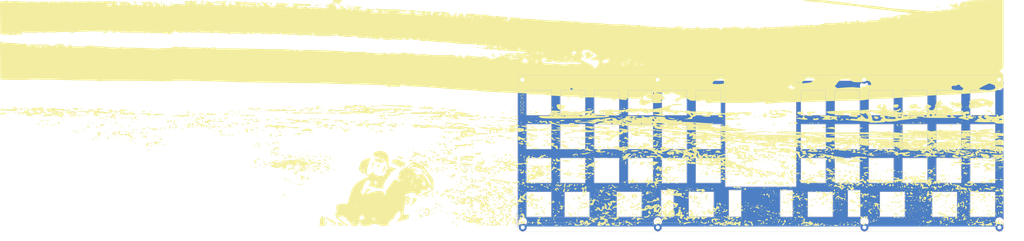
<source format=kicad_pcb>
(kicad_pcb (version 20211014) (generator pcbnew)
  (layers (0 "F.Cu" signal) (31 "B.Cu" signal) (34 "B.Paste" user) (35 "F.Paste" user) (36 "B.SilkS" user "B.Silkscreen") (37 "F.SilkS" user "F.Silkscreen") (38 "B.Mask" user) (39 "F.Mask" user) (44 "Edge.Cuts" user))
  (net 0 "")
  (footprint "MountingHole:MountingHole_2.2mm_M2_Pad" (layer "F.Cu") (at 81.153 91.537469)
    (fp_text reference "H2" hide)
    (fp_text value "MountingHole_Pad")
    (pad "1" thru_hole circle (at 0 0) (size 4.4 4.4) (drill 2.2) (layers *.Cu *.Mask))
  )
  (footprint "MountingHole:MountingHole_2.2mm_M2_Pad" (layer "F.Cu") (at 197.231 8.509)
    (fp_text reference "H3" hide)
    (fp_text value "MountingHole_Pad")
    (pad "1" thru_hole circle (at 0 0) (size 4.4 4.4) (drill 2.2) (layers *.Cu *.Mask))
  )
  (footprint "MountingHole:MountingHole_2.2mm_M2_Pad" (layer "F.Cu") (at 273.177 8.509)
    (fp_text reference "H4" hide)
    (fp_text value "MountingHole_Pad")
    (pad "1" thru_hole circle (at 0 0) (size 4.4 4.4) (drill 2.2) (layers *.Cu *.Mask))
  )
  (footprint "MountingHole:MountingHole_2.2mm_M2_Pad" (layer "F.Cu") (at 5.207 91.567)
    (fp_text reference "H1" hide)
    (fp_text value "MountingHole_Pad")
    (pad "1" thru_hole circle (at 0 0) (size 4.4 4.4) (drill 2.2) (layers *.Cu *.Mask))
  )
  (footprint "MountingHole:MountingHole_2.2mm_M2_Pad" (layer "F.Cu") (at 273.304 91.567)
    (fp_text reference "H4" hide)
    (fp_text value "MountingHole_Pad")
    (pad "1" thru_hole circle (at 0 0) (size 4.4 4.4) (drill 2.2) (layers *.Cu *.Mask))
  )
  (footprint "LOGO" (layer "F.Cu") (at -6.604 27.178)
    (fp_text reference "G***" hide)
    (fp_text value "LOGO" hide)
  )
  (footprint "MountingHole:MountingHole_2.2mm_M2_Pad" (layer "F.Cu") (at 4.953 8.509)
    (fp_text reference "H1" hide)
    (fp_text value "MountingHole_Pad")
    (pad "1" thru_hole circle (at 0 0) (size 4.4 4.4) (drill 2.2) (layers *.Cu *.Mask))
  )
  (footprint "MountingHole:MountingHole_2.2mm_M2_Pad" (layer "F.Cu") (at 81.0195 8.509)
    (fp_text reference "H2" hide)
    (fp_text value "MountingHole_Pad")
    (pad "1" thru_hole circle (at 0 0) (size 4.4 4.4) (drill 2.2) (layers *.Cu *.Mask))
  )
  (footprint "MountingHole:MountingHole_2.2mm_M2_Pad" (layer "F.Cu") (at 197.3801 91.567)
    (fp_text reference "H3" hide)
    (fp_text value "MountingHole_Pad")
    (pad "1" thru_hole circle (at 0 0) (size 4.4 4.4) (drill 2.2) (layers *.Cu *.Mask))
  )
  (gr_line (start 270.921552 52.551005) (end 256.921552 52.551005) (layer "Edge.Cuts") (width 0.2))
  (gr_line (start 7.301612 71.600125) (end 7.301612 85.600125) (layer "Edge.Cuts") (width 0.2))
  (gr_line (start 78.451612 28.450125) (end 78.451612 14.450125) (layer "Edge.Cuts") (width 0.2))
  (gr_line (start 83.034612 85.570125) (end 90.034612 85.570125) (layer "Edge.Cuts") (width 0.2))
  (gr_line (start 98.584612 85.570125) (end 112.584612 85.570125) (layer "Edge.Cuts") (width 0.2))
  (gr_line (start 90.034612 85.570125) (end 90.034612 70.570125) (layer "Edge.Cuts") (width 0.2))
  (gr_line (start 119.442612 68.679125) (end 158.685612 68.679125) (layer "Edge.Cuts") (width 0.1))
  (gr_line (start 251.871205 47.500069) (end 251.871205 33.500069) (layer "Edge.Cuts") (width 0.2))
  (gr_arc (start 159.066612 68.298125) (mid 158.95502 68.567533) (end 158.685612 68.679125) (layer "Edge.Cuts") (width 0.1))
  (gr_line (start 175.674949 28.448548) (end 175.674949 14.448548) (layer "Edge.Cuts") (width 0.2))
  (gr_line (start 128.134612 70.570125) (end 121.134612 70.570125) (layer "Edge.Cuts") (width 0.2))
  (gr_line (start 161.671205 47.500069) (end 175.671205 47.500069) (layer "Edge.Cuts") (width 0.2))
  (gr_line (start 112.584612 85.570125) (end 112.584612 71.570125) (layer "Edge.Cuts") (width 0.2))
  (gr_line (start 59.392256 52.548548) (end 45.392256 52.548548) (layer "Edge.Cuts") (width 0.2))
  (gr_arc (start 159.019408 9.540408) (mid 159.131 9.271) (end 159.400408 9.159408) (layer "Edge.Cuts") (width 0.1))
  (gr_line (start 161.674949 14.448548) (end 161.674949 28.448548) (layer "Edge.Cuts") (width 0.2))
  (gr_line (start 180.724949 28.448548) (end 194.724949 28.448548) (layer "Edge.Cuts") (width 0.2))
  (gr_line (start 40.351612 28.450125) (end 40.351612 14.450125) (layer "Edge.Cuts") (width 0.2))
  (gr_line (start 78.452943 33.494159) (end 64.452943 33.494159) (layer "Edge.Cuts") (width 0.2))
  (gr_line (start 116.552943 47.494159) (end 116.552943 33.494159) (layer "Edge.Cuts") (width 0.2))
  (gr_line (start 102.542256 52.548548) (end 102.542256 66.548548) (layer "Edge.Cuts") (width 0.2))
  (gr_line (start 59.402943 33.494159) (end 45.402943 33.494159) (layer "Edge.Cuts") (width 0.2))
  (gr_line (start 97.492256 52.548548) (end 83.492256 52.548548) (layer "Edge.Cuts") (width 0.2))
  (gr_line (start 232.821552 66.551005) (end 232.821552 52.551005) (layer "Edge.Cuts") (width 0.2))
  (gr_line (start 161.671552 52.551005) (end 161.671552 66.551005) (layer "Edge.Cuts") (width 0.2))
  (gr_line (start 78.451612 14.450125) (end 64.451612 14.450125) (layer "Edge.Cuts") (width 0.2))
  (gr_line (start 256.924949 14.448548) (end 256.924949 28.448548) (layer "Edge.Cuts") (width 0.2))
  (gr_line (start 21.301612 71.600125) (end 7.301612 71.600125) (layer "Edge.Cuts") (width 0.2))
  (gr_line (start 213.774949 14.448548) (end 199.774949 14.448548) (layer "Edge.Cuts") (width 0.2))
  (gr_line (start 21.301612 28.450125) (end 21.301612 14.450125) (layer "Edge.Cuts") (width 0.2))
  (gr_line (start 256.891 85.600125) (end 270.891 85.600125) (layer "Edge.Cuts") (width 0.2))
  (gr_line (start 40.351612 14.450125) (end 26.351612 14.450125) (layer "Edge.Cuts") (width 0.2))
  (gr_line (start 206.106 71.570125) (end 206.106 85.570125) (layer "Edge.Cuts") (width 0.2))
  (gr_line (start 180.721205 47.500069) (end 194.721205 47.500069) (layer "Edge.Cuts") (width 0.2))
  (gr_line (start 237.871205 33.500069) (end 237.871205 47.500069) (layer "Edge.Cuts") (width 0.2))
  (gr_line (start 58.071612 85.570125) (end 72.071612 85.570125) (layer "Edge.Cuts") (width 0.2))
  (gr_line (start 59.392256 66.548548) (end 59.392256 52.548548) (layer "Edge.Cuts") (width 0.2))
  (gr_line (start 64.442256 52.548548) (end 64.442256 66.548548) (layer "Edge.Cuts") (width 0.2))
  (gr_line (start 3.692026 94.107) (end 274.357212 94.107) (layer "Edge.Cuts") (width 0.1))
  (gr_line (start 218.821552 66.551005) (end 232.821552 66.551005) (layer "Edge.Cuts") (width 0.2))
  (gr_line (start 83.502943 47.494159) (end 97.502943 47.494159) (layer "Edge.Cuts") (width 0.2))
  (gr_line (start 121.134612 85.570125) (end 128.134612 85.570125) (layer "Edge.Cuts") (width 0.2))
  (gr_line (start 251.871205 33.500069) (end 237.871205 33.500069) (layer "Edge.Cuts") (width 0.2))
  (gr_line (start 116.542256 52.548548) (end 102.542256 52.548548) (layer "Edge.Cuts") (width 0.2))
  (gr_line (start 97.501612 28.450125) (end 97.501612 14.450125) (layer "Edge.Cuts") (width 0.2))
  (gr_line (start 199.771205 47.500069) (end 213.771205 47.500069) (layer "Edge.Cuts") (width 0.2))
  (gr_line (start 213.771205 33.500069) (end 199.771205 33.500069) (layer "Edge.Cuts") (width 0.2))
  (gr_line (start 26.342256 52.548548) (end 26.342256 66.548548) (layer "Edge.Cuts") (width 0.2))
  (gr_line (start 78.442256 52.548548) (end 64.442256 52.548548) (layer "Edge.Cuts") (width 0.2))
  (gr_arc (start 275.627212 92.837) (mid 275.255241 93.735035) (end 274.357212 94.107) (layer "Edge.Cuts") (width 0.1))
  (gr_line (start 199.771205 33.500069) (end 199.771205 47.500069) (layer "Edge.Cuts") (width 0.2))
  (gr_line (start 7.301612 28.450125) (end 21.301612 28.450125) (layer "Edge.Cuts") (width 0.2))
  (gr_line (start 58.071612 71.570125) (end 58.071612 85.570125) (layer "Edge.Cuts") (width 0.2))
  (gr_line (start 72.071612 85.570125) (end 72.071612 71.570125) (layer "Edge.Cuts") (width 0.2))
  (gr_line (start 161.674949 28.448548) (end 175.674949 28.448548) (layer "Edge.Cuts") (width 0.2))
  (gr_line (start 97.502943 33.494159) (end 83.502943 33.494159) (layer "Edge.Cuts") (width 0.2))
  (gr_line (start 232.821205 33.500069) (end 218.821205 33.500069) (layer "Edge.Cuts") (width 0.2))
  (gr_line (start 195.092266 85.613107) (end 195.092266 70.613107) (layer "Edge.Cuts") (width 0.2))
  (gr_line (start 213.771552 66.551005) (end 213.771552 52.551005) (layer "Edge.Cuts") (width 0.2))
  (gr_line (start 90.034612 70.570125) (end 83.034612 70.570125) (layer "Edge.Cuts") (width 0.2))
  (gr_line (start 188.092266 70.613107) (end 188.092266 85.613107) (layer "Edge.Cuts") (width 0.2))
  (gr_line (start 220.106 85.570125) (end 220.106 71.570125) (layer "Edge.Cuts") (width 0.2))
  (gr_line (start 256.921552 66.551005) (end 270.921552 66.551005) (layer "Edge.Cuts") (width 0.2))
  (gr_line (start 26.351612 28.450125) (end 40.351612 28.450125) (layer "Edge.Cuts") (width 0.2))
  (gr_line (start 28.732862 71.600125) (end 28.732862 85.600125) (layer "Edge.Cuts") (width 0.2))
  (gr_line (start 180.721552 52.551005) (end 180.721552 66.551005) (layer "Edge.Cuts") (width 0.2))
  (gr_line (start 180.721205 33.500069) (end 180.721205 47.500069) (layer "Edge.Cuts") (width 0.2))
  (gr_line (start 175.671552 52.551005) (end 161.671552 52.551005) (layer "Edge.Cuts") (width 0.2))
  (gr_line (start 121.134612 70.570125) (end 121.134612 85.570125) (layer "Edge.Cuts") (width 0.2))
  (gr_line (start 78.452943 47.494159) (end 78.452943 33.494159) (layer "Edge.Cuts") (width 0.2))
  (gr_line (start 21.301612 85.600125) (end 21.301612 71.600125) (layer "Edge.Cuts") (width 0.2))
  (gr_line (start 270.891 85.600125) (end 270.891 71.600125) (layer "Edge.Cuts") (width 0.2))
  (gr_line (start 26.351612 14.450125) (end 26.351612 28.450125) (layer "Edge.Cuts") (width 0.2))
  (gr_line (start 251.874949 14.448548) (end 237.874949 14.448548) (layer "Edge.Cuts") (width 0.2))
  (gr_line (start 175.671205 47.500069) (end 175.671205 33.500069) (layer "Edge.Cuts") (width 0.2))
  (gr_line (start 256.891 71.600125) (end 256.891 85.600125) (layer "Edge.Cuts") (width 0.2))
  (gr_line (start 251.871552 52.551005) (end 237.871552 52.551005) (layer "Edge.Cuts") (width 0.2))
  (gr_line (start 180.724949 14.448548) (end 180.724949 28.448548) (layer "Edge.Cuts") (width 0.2))
  (gr_arc (start 119.442612 68.679125) (mid 119.173204 68.567533) (end 119.061612 68.298125) (layer "Edge.Cuts") (width 0.1))
  (gr_line (start 213.771205 47.500069) (end 213.771205 33.500069) (layer "Edge.Cuts") (width 0.2))
  (gr_line (start 45.401612 28.450125) (end 59.401612 28.450125) (layer "Edge.Cuts") (width 0.2))
  (gr_line (start 97.502943 47.494159) (end 97.502943 33.494159) (layer "Edge.Cuts") (width 0.2))
  (gr_line (start 218.821205 47.500069) (end 232.821205 47.500069) (layer "Edge.Cuts") (width 0.2))
  (gr_line (start 179.542266 85.613107) (end 179.542266 71.613107) (layer "Edge.Cuts") (width 0.2))
  (gr_line (start 7.302943 47.494159) (end 21.302943 47.494159) (layer "Edge.Cuts") (width 0.2))
  (gr_line (start 116.552943 33.494159) (end 102.552943 33.494159) (layer "Edge.Cuts") (width 0.2))
  (gr_line (start 21.302943 47.494159) (end 21.302943 33.494159) (layer "Edge.Cuts") (width 0.2))
  (gr_line (start 199.774949 14.448548) (end 199.774949 28.448548) (layer "Edge.Cuts") (width 0.2))
  (gr_line (start 275.627212 92.837) (end 275.580942 10.423043) (layer "Edge.Cuts") (width 0.1))
  (gr_line (start 45.402943 33.494159) (end 45.402943 47.494159) (layer "Edge.Cuts") (width 0.2))
  (gr_line (start 161.671552 66.551005) (end 175.671552 66.551005) (layer "Edge.Cuts") (width 0.2))
  (gr_line (start 45.392256 52.548548) (end 45.392256 66.548548) (layer "Edge.Cuts") (width 0.2))
  (gr_line (start 194.721205 33.500069) (end 180.721205 33.500069) (layer "Edge.Cuts") (width 0.2))
  (gr_line (start 188.092266 85.613107) (end 195.092266 85.613107) (layer "Edge.Cuts") (width 0.2))
  (gr_line (start 116.551612 28.450125) (end 116.551612 14.450125) (layer "Edge.Cuts") (width 0.2))
  (gr_line (start 7.302943 33.494159) (end 7.302943 47.494159) (layer "Edge.Cuts") (width 0.2))
  (gr_line (start 149.992266 70.613107) (end 149.992266 85.613107) (layer "Edge.Cuts") (width 0.2))
  (gr_line (start 251.871552 66.551005) (end 251.871552 52.551005) (layer "Edge.Cuts") (width 0.2))
  (gr_line (start 83.034612 70.570125) (end 83.034612 85.570125) (layer "Edge.Cuts") (width 0.2))
  (gr_line (start 235.45975 85.600125) (end 249.45975 85.600125) (layer "Edge.Cuts") (width 0.2))
  (gr_line (start 270.924949 14.448548) (end 256.924949 14.448548) (layer "Edge.Cuts") (width 0.2))
  (gr_line (start 237.874949 28.448548) (end 251.874949 28.448548) (layer "Edge.Cuts") (width 0.2))
  (gr_line (start 98.584612 71.570125) (end 98.584612 85.570125) (layer "Edge.Cuts") (width 0.2))
  (gr_line (start 72.071612 71.570125) (end 58.071612 71.570125) (layer "Edge.Cuts") (width 0.2))
  (gr_line (start 194.721552 52.551005) (end 180.721552 52.551005) (layer "Edge.Cuts") (width 0.2))
  (gr_line (start 237.871552 52.551005) (end 237.871552 66.551005) (layer "Edge.Cuts") (width 0.2))
  (gr_line (start 21.292256 66.548548) (end 21.292256 52.548548) (layer "Edge.Cuts") (width 0.2))
  (gr_line (start 194.724949 28.448548) (end 194.724949 14.448548) (layer "Edge.Cuts") (width 0.2))
  (gr_line (start 21.292256 52.548548) (end 7.292256 52.548548) (layer "Edge.Cuts") (width 0.2))
  (gr_line (start 195.092266 70.613107) (end 188.092266 70.613107) (layer "Edge.Cuts") (width 0.2))
  (gr_line (start 175.671205 33.500069) (end 161.671205 33.500069) (layer "Edge.Cuts") (width 0.2))
  (gr_line (start 213.774949 28.448548) (end 213.774949 14.448548) (layer "Edge.Cuts") (width 0.2))
  (gr_line (start 159.066612 68.298125) (end 159.019408 9.540408) (layer "Edge.Cuts") (width 0.1))
  (gr_line (start 270.921205 33.500069) (end 256.921205 33.500069) (layer "Edge.Cuts") (width 0.2))
  (gr_line (start 64.452943 33.494159) (end 64.452943 47.494159) (layer "Edge.Cuts") (width 0.2))
  (gr_arc (start 3.692026 94.107) (mid 2.793999 93.735027) (end 2.422026 92.837) (layer "Edge.Cuts") (width 0.1))
  (gr_line (start 26.352943 33.494159) (end 26.352943 47.494159) (layer "Edge.Cuts") (width 0.2))
  (gr_line (start 165.542266 71.613107) (end 165.542266 85.613107) (layer "Edge.Cuts") (width 0.2))
  (gr_line (start 26.342256 66.548548) (end 40.342256 66.548548) (layer "Edge.Cuts") (width 0.2))
  (gr_line (start 194.724949 14.448548) (end 180.724949 14.448548) (layer "Edge.Cuts") (width 0.2))
  (gr_line (start 40.352943 47.494159) (end 40.352943 33.494159) (layer "Edge.Cuts") (width 0.2))
  (gr_line (start 40.352943 33.494159) (end 26.352943 33.494159) (layer "Edge.Cuts") (width 0.2))
  (gr_line (start 270.921552 66.551005) (end 270.921552 52.551005) (layer "Edge.Cuts") (width 0.2))
  (gr_line (start 42.732862 71.600125) (end 28.732862 71.600125) (layer "Edge.Cuts") (width 0.2))
  (gr_line (start 42.732862 85.600125) (end 42.732862 71.600125) (layer "Edge.Cuts") (width 0.2))
  (gr_line (start 64.442256 66.548548) (end 78.442256 66.548548) (layer "Edge.Cuts") (width 0.2))
  (gr_line (start 83.501612 14.450125) (end 83.501612 28.450125) (layer "Edge.Cuts") (width 0.2))
  (gr_line (start 7.301612 85.600125) (end 21.301612 85.600125) (layer "Edge.Cuts") (width 0.2))
  (gr_line (start 83.492256 52.548548) (end 83.492256 66.548548) (layer "Edge.Cuts") (width 0.2))
  (gr_line (start 21.301612 14.450125) (end 7.301612 14.450125) (layer "Edge.Cuts") (width 0.2))
  (gr_line (start 102.551612 14.450125) (end 102.551612 28.450125) (layer "Edge.Cuts") (width 0.2))
  (gr_line (start 64.451612 14.450125) (end 64.451612 28.450125) (layer "Edge.Cuts") (width 0.2))
  (gr_line (start 199.774949 28.448548) (end 213.774949 28.448548) (layer "Edge.Cuts") (width 0.2))
  (gr_line (start 256.924949 28.448548) (end 270.924949 28.448548) (layer "Edge.Cuts") (width 0.2))
  (gr_line (start 102.551612 28.450125) (end 116.551612 28.450125) (layer "Edge.Cuts") (width 0.2))
  (gr_line (start 180.721552 66.551005) (end 194.721552 66.551005) (layer "Edge.Cuts") (width 0.2))
  (gr_line (start 149.992266 85.613107) (end 156.992266 85.613107) (layer "Edge.Cuts") (width 0.2))
  (gr_line (start 161.671205 33.500069) (end 161.671205 47.500069) (layer "Edge.Cuts") (width 0.2))
  (gr_line (start 59.401612 28.450125) (end 59.401612 14.450125) (layer "Edge.Cuts") (width 0.2))
  (gr_line (start 116.542256 66.548548) (end 116.542256 52.548548) (layer "Edge.Cuts") (width 0.2))
  (gr_line (start 165.542266 85.613107) (end 179.542266 85.613107) (layer "Edge.Cuts") (width 0.2))
  (gr_line (start 40.342256 66.548548) (end 40.342256 52.548548) (layer "Edge.Cuts") (width 0.2))
  (gr_line (start 97.501612 14.450125) (end 83.501612 14.450125) (layer "Edge.Cuts") (width 0.2))
  (gr_line (start 237.871205 47.500069) (end 251.871205 47.500069) (layer "Edge.Cuts") (width 0.2))
  (gr_line (start 45.392256 66.548548) (end 59.392256 66.548548) (layer "Edge.Cuts") (width 0.2))
  (gr_line (start 156.992266 85.613107) (end 156.992266 70.613107) (layer "Edge.Cuts") (width 0.2))
  (gr_arc (start 2.422026 7.239) (mid 2.794 6.340974) (end 3.692026 5.969) (layer "Edge.Cuts") (width 0.1))
  (gr_line (start 256.921205 47.500069) (end 270.921205 47.500069) (layer "Edge.Cuts") (width 0.2))
  (gr_line (start 128.134612 85.570125) (end 128.134612 70.570125) (layer "Edge.Cuts") (width 0.2))
  (gr_line (start 199.771552 66.551005) (end 213.771552 66.551005) (layer "Edge.Cuts") (width 0.2))
  (gr_line (start 7.292256 66.548548) (end 21.292256 66.548548) (layer "Edge.Cuts") (width 0.2))
  (gr_line (start 249.45975 71.600125) (end 235.45975 71.600125) (layer "Edge.Cuts") (width 0.2))
  (gr_line (start 270.924949 28.448548) (end 270.924949 14.448548) (layer "Edge.Cuts") (width 0.2))
  (gr_line (start 249.45975 85.600125) (end 249.45975 71.600125) (layer "Edge.Cuts") (width 0.2))
  (gr_line (start 251.874949 28.448548) (end 251.874949 14.448548) (layer "Edge.Cuts") (width 0.2))
  (gr_line (start 194.721552 66.551005) (end 194.721552 52.551005) (layer "Edge.Cuts") (width 0.2))
  (gr_line (start 270.921205 47.500069) (end 270.921205 33.500069) (layer "Edge.Cuts") (width 0.2))
  (gr_line (start 175.674949 14.448548) (end 161.674949 14.448548) (layer "Edge.Cuts") (width 0.2))
  (gr_line (start 156.992266 70.613107) (end 149.992266 70.613107) (layer "Edge.Cuts") (width 0.2))
  (gr_line (start 213.771552 52.551005) (end 199.771552 52.551005) (layer "Edge.Cuts") (width 0.2))
  (gr_line (start 218.824949 14.448548) (end 218.824949 28.448548) (layer "Edge.Cuts") (width 0.2))
  (gr_line (start 102.542256 66.548548) (end 116.542256 66.548548) (layer "Edge.Cuts") (width 0.2))
  (gr_line (start 220.106 71.570125) (end 206.106 71.570125) (layer "Edge.Cuts") (width 0.2))
  (gr_arc (start 274.32 5.969) (mid 275.218048 6.340956) (end 275.59 7.239) (layer "Edge.Cuts") (width 0.1))
  (gr_line (start 7.292256 52.548548) (end 7.292256 66.548548) (layer "Edge.Cuts") (width 0.2))
  (gr_line (start 119.061612 9.540408) (end 119.061612 68.298125) (layer "Edge.Cuts") (width 0.1))
  (gr_line (start 59.402943 47.494159) (end 59.402943 33.494159) (layer "Edge.Cuts") (width 0.2))
  (gr_line (start 235.45975 71.600125) (end 235.45975 85.600125) (layer "Edge.Cuts") (width 0.2))
  (gr_line (start 45.402943 47.494159) (end 59.402943 47.494159) (layer "Edge.Cuts") (width 0.2))
  (gr_line (start 7.301612 14.450125) (end 7.301612 28.450125) (layer "Edge.Cuts") (width 0.2))
  (gr_line (start 199.771552 52.551005) (end 199.771552 66.551005) (layer "Edge.Cuts") (width 0.2))
  (gr_line (start 21.302943 33.494159) (end 7.302943 33.494159) (layer "Edge.Cuts") (width 0.2))
  (gr_line (start 97.492256 66.548548) (end 97.492256 52.548548) (layer "Edge.Cuts") (width 0.2))
  (gr_line (start 218.821552 52.551005) (end 218.821552 66.551005) (layer "Edge.Cuts") (width 0.2))
  (gr_line (start 175.671552 66.551005) (end 175.671552 52.551005) (layer "Edge.Cuts") (width 0.2))
  (gr_line (start 64.451612 28.450125) (end 78.451612 28.450125) (layer "Edge.Cuts") (width 0.2))
  (gr_line (start 118.677826 5.969) (end 3.692026 5.969) (layer "Edge.Cuts") (width 0.1))
  (gr_line (start 40.342256 52.548548) (end 26.342256 52.548548) (layer "Edge.Cuts") (width 0.2))
  (gr_line (start 102.552943 47.494159) (end 116.552943 47.494159) (layer "Edge.Cuts") (width 0.2))
  (gr_line (start 218.824949 28.448548) (end 232.824949 28.448548) (layer "Edge.Cuts") (width 0.2))
  (gr_line (start 218.821205 33.500069) (end 218.821205 47.500069) (layer "Edge.Cuts") (width 0.2))
  (gr_line (start 237.871552 66.551005) (end 251.871552 66.551005) (layer "Edge.Cuts") (width 0.2))
  (gr_line (start 83.501612 28.450125) (end 97.501612 28.450125) (layer "Edge.Cuts") (width 0.2))
  (gr_line (start 102.552943 33.494159) (end 102.552943 47.494159) (layer "Edge.Cuts") (width 0.2))
  (gr_line (start 274.32 5.969) (end 159.4104 5.969) (layer "Edge.Cuts") (width 0.1))
  (gr_line (start 28.732862 85.600125) (end 42.732862 85.600125) (layer "Edge.Cuts") (width 0.2))
  (gr_line (start 116.551612 14.450125) (end 102.551612 14.450125) (layer "Edge.Cuts") (width 0.2))
  (gr_arc (start 118.680612 9.159408) (mid 118.95002 9.271) (end 119.061612 9.540408) (layer "Edge.Cuts") (width 0.1))
  (gr_line (start 112.584612 71.570125) (end 98.584612 71.570125) (layer "Edge.Cuts") (width 0.2))
  (gr_line (start 232.824949 28.448548) (end 232.824949 14.448548) (layer "Edge.Cuts") (width 0.2))
  (gr_line (start 194.721205 47.500069) (end 194.721205 33.500069) (layer "Edge.Cuts") (width 0.2))
  (gr_line (start 26.352943 47.494159) (end 40.352943 47.494159) (layer "Edge.Cuts") (width 0.2))
  (gr_line (start 206.106 85.570125) (end 220.106 85.570125) (layer "Edge.Cuts") (width 0.2))
  (gr_line (start 232.821552 52.551005) (end 218.821552 52.551005) (layer "Edge.Cuts") (width 0.2))
  (gr_line (start 232.821205 47.500069) (end 232.821205 33.500069) (layer "Edge.Cuts") (width 0.2))
  (gr_line (start 237.874949 14.448548) (end 237.874949 28.448548) (layer "Edge.Cuts") (width 0.2))
  (gr_line (start 179.542266 71.613107) (end 165.542266 71.613107) (layer "Edge.Cuts") (width 0.2))
  (gr_line (start 256.921205 33.500069) (end 256.921205 47.500069) (layer "Edge.Cuts") (width 0.2))
  (gr_line (start 59.401612 14.450125) (end 45.401612 14.450125) (layer "Edge.Cuts") (width 0.2))
  (gr_line (start 256.921552 52.551005) (end 256.921552 66.551005) (layer "Edge.Cuts") (width 0.2))
  (gr_line (start 232.824949 14.448548) (end 218.824949 14.448548) (layer "Edge.Cuts") (width 0.2))
  (gr_line (start 83.492256 66.548548) (end 97.492256 66.548548) (layer "Edge.Cuts") (width 0.2))
  (gr_line (start 78.442256 66.548548) (end 78.442256 52.548548) (layer "Edge.Cuts") (width 0.2))
  (gr_line (start 2.422026 7.239) (end 2.422026 92.837) (layer "Edge.Cuts") (width 0.1))
  (gr_line (start 83.502943 33.494159) (end 83.502943 47.494159) (layer "Edge.Cuts") (width 0.2))
  (gr_line (start 270.891 71.600125) (end 256.891 71.600125) (layer "Edge.Cuts") (width 0.2))
  (gr_line (start 64.452943 47.494159) (end 78.452943 47.494159) (layer "Edge.Cuts") (width 0.2))
  (gr_line (start 45.401612 14.450125) (end 45.401612 28.450125) (layer "Edge.Cuts") (width 0.2))
  (gr_text "SKOOSK" (at 4.7625 22.225 270) (layer "F.SilkS") (effects (font (size 2 2))))
  (dimension (type aligned) (layer "Edge.Cuts") (pts (xy 113.919 89.027) (xy 113.919 85.725)) (height -111.125) (gr_text "3.3020 mm" (at 1.644 87.376 90) (layer "Edge.Cuts") (effects (font (size 1 1) (thickness 0.15)))) (format (units 3) (units_format 1) (precision 4)) (style (thickness 0.1) (arrow_length 1.27) (text_position_mode 0) (extension_height 0.58642) (extension_offset 0.5) keep_text_aligned))
  (zone (net 0) (net_name "") (layers F&B.Cu) (connect_pads (clearance 0)) (min_thickness 0.254) (fill yes (thermal_gap 0.508) (thermal_bridge_width 0.508))
    (polygon (pts (xy 287.147 97.536) (xy -6.731 99.314) (xy -7.747 -4.064) (xy 286.893 0.762)))
  )
)
</source>
